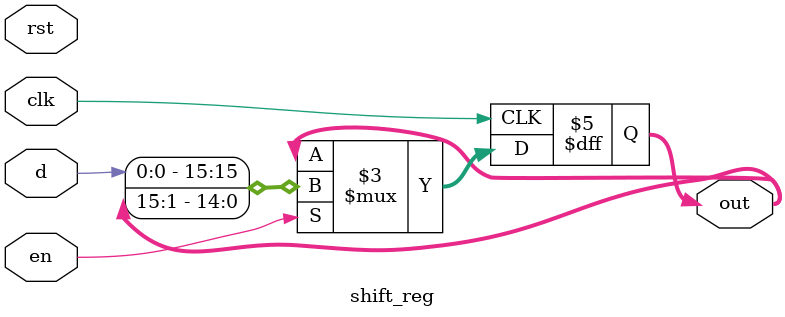
<source format=v>
module shift_reg #(parameter MSB = 16)
	(
		input d, 
		input clk,
		input en,
		input rst,
		output reg [MSB-1:0] out
		);

always @(posedge clk)
begin
	if (en)
		out <= {d, out[MSB-1:1]};
	else
		out <= out;
end
endmodule // shift_reg
</source>
